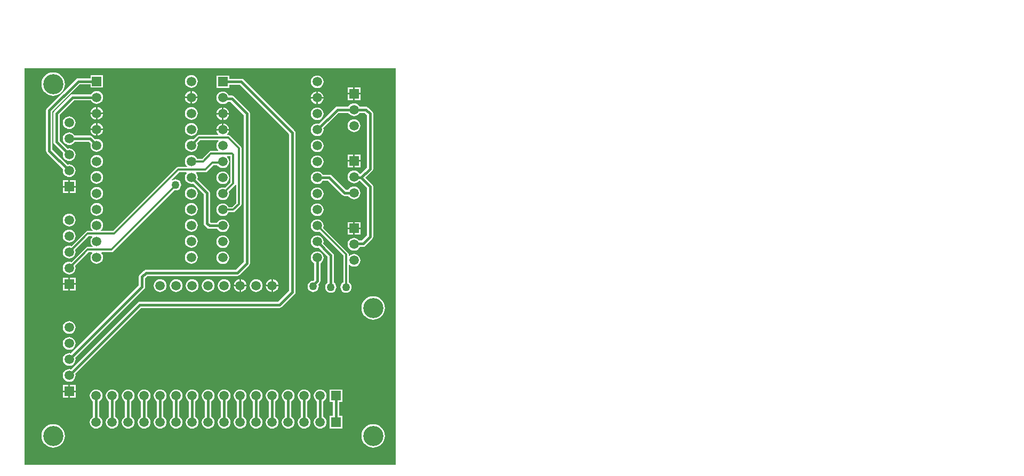
<source format=gbr>
%TF.GenerationSoftware,Altium Limited,Altium Designer,20.1.8 (145)*%
G04 Layer_Physical_Order=1*
G04 Layer_Color=255*
%FSLAX43Y43*%
%MOMM*%
%TF.SameCoordinates,73C82DD5-E753-4C0D-BC74-0A693CAB8B4A*%
%TF.FilePolarity,Positive*%
%TF.FileFunction,Copper,L1,Top,Signal*%
%TF.Part,Single*%
G01*
G75*
%TA.AperFunction,Conductor*%
%ADD10C,0.457*%
%ADD11C,0.305*%
%TA.AperFunction,ComponentPad*%
%ADD12C,1.500*%
%ADD13R,1.500X1.500*%
%ADD14R,1.500X1.500*%
%ADD15C,3.200*%
%TA.AperFunction,ViaPad*%
%ADD16C,1.270*%
G36*
X59436Y508D02*
X508D01*
Y63500D01*
X59436D01*
Y508D01*
D02*
G37*
G36*
X155378Y72500D02*
D01*
D02*
G37*
%LPC*%
G36*
X13004Y62404D02*
X10996D01*
Y61892D01*
X9076D01*
X8888Y61854D01*
X8728Y61748D01*
X4097Y57117D01*
X3990Y56957D01*
X3953Y56769D01*
Y50385D01*
X3990Y50197D01*
X4097Y50037D01*
X6648Y47486D01*
X6642Y47472D01*
X6607Y47210D01*
X6642Y46948D01*
X6743Y46704D01*
X6904Y46494D01*
X7114Y46333D01*
X7358Y46232D01*
X7620Y46197D01*
X7882Y46232D01*
X8126Y46333D01*
X8336Y46494D01*
X8497Y46704D01*
X8598Y46948D01*
X8633Y47210D01*
X8598Y47472D01*
X8497Y47716D01*
X8336Y47926D01*
X8126Y48087D01*
X7882Y48188D01*
X7620Y48223D01*
X7358Y48188D01*
X7344Y48182D01*
X4937Y50589D01*
Y56565D01*
X9280Y60908D01*
X10996D01*
Y60396D01*
X13004D01*
Y62404D01*
D02*
G37*
G36*
X27000Y62413D02*
X26738Y62378D01*
X26494Y62277D01*
X26284Y62116D01*
X26123Y61906D01*
X26022Y61662D01*
X25987Y61400D01*
X26022Y61138D01*
X26123Y60894D01*
X26284Y60684D01*
X26494Y60523D01*
X26738Y60422D01*
X27000Y60387D01*
X27262Y60422D01*
X27506Y60523D01*
X27716Y60684D01*
X27877Y60894D01*
X27978Y61138D01*
X28013Y61400D01*
X27978Y61662D01*
X27877Y61906D01*
X27716Y62116D01*
X27506Y62277D01*
X27262Y62378D01*
X27000Y62413D01*
D02*
G37*
G36*
X47000Y62333D02*
X46738Y62298D01*
X46494Y62197D01*
X46284Y62036D01*
X46123Y61826D01*
X46022Y61582D01*
X45987Y61320D01*
X46022Y61058D01*
X46123Y60814D01*
X46284Y60604D01*
X46494Y60443D01*
X46738Y60342D01*
X47000Y60307D01*
X47262Y60342D01*
X47506Y60443D01*
X47716Y60604D01*
X47877Y60814D01*
X47978Y61058D01*
X48013Y61320D01*
X47978Y61582D01*
X47877Y61826D01*
X47716Y62036D01*
X47506Y62197D01*
X47262Y62298D01*
X47000Y62333D01*
D02*
G37*
G36*
X53836Y60440D02*
X52959D01*
Y59563D01*
X53836D01*
Y60440D01*
D02*
G37*
G36*
X52705D02*
X51828D01*
Y59563D01*
X52705D01*
Y60440D01*
D02*
G37*
G36*
X5080Y62823D02*
X4717Y62787D01*
X4367Y62681D01*
X4045Y62509D01*
X3763Y62277D01*
X3531Y61995D01*
X3359Y61673D01*
X3253Y61323D01*
X3217Y60960D01*
X3253Y60597D01*
X3359Y60247D01*
X3531Y59925D01*
X3763Y59643D01*
X4045Y59411D01*
X4367Y59239D01*
X4717Y59133D01*
X5080Y59097D01*
X5443Y59133D01*
X5793Y59239D01*
X6115Y59411D01*
X6397Y59643D01*
X6629Y59925D01*
X6801Y60247D01*
X6907Y60597D01*
X6943Y60960D01*
X6907Y61323D01*
X6801Y61673D01*
X6629Y61995D01*
X6397Y62277D01*
X6115Y62509D01*
X5793Y62681D01*
X5443Y62787D01*
X5080Y62823D01*
D02*
G37*
G36*
X27127Y59856D02*
Y58987D01*
X27996D01*
X27978Y59122D01*
X27877Y59366D01*
X27716Y59576D01*
X27506Y59737D01*
X27262Y59838D01*
X27127Y59856D01*
D02*
G37*
G36*
X26873D02*
X26738Y59838D01*
X26494Y59737D01*
X26284Y59576D01*
X26123Y59366D01*
X26022Y59122D01*
X26004Y58987D01*
X26873D01*
Y59856D01*
D02*
G37*
G36*
X47127Y59776D02*
Y58907D01*
X47996D01*
X47978Y59042D01*
X47877Y59286D01*
X47716Y59496D01*
X47506Y59657D01*
X47262Y59758D01*
X47127Y59776D01*
D02*
G37*
G36*
X46873D02*
X46738Y59758D01*
X46494Y59657D01*
X46284Y59496D01*
X46123Y59286D01*
X46022Y59042D01*
X46004Y58907D01*
X46873D01*
Y59776D01*
D02*
G37*
G36*
X53836Y59309D02*
X52959D01*
Y58432D01*
X53836D01*
Y59309D01*
D02*
G37*
G36*
X52705D02*
X51828D01*
Y58432D01*
X52705D01*
Y59309D01*
D02*
G37*
G36*
X27996Y58733D02*
X27127D01*
Y57864D01*
X27262Y57882D01*
X27506Y57983D01*
X27716Y58144D01*
X27877Y58354D01*
X27978Y58598D01*
X27996Y58733D01*
D02*
G37*
G36*
X26873D02*
X26004D01*
X26022Y58598D01*
X26123Y58354D01*
X26284Y58144D01*
X26494Y57983D01*
X26738Y57882D01*
X26873Y57864D01*
Y58733D01*
D02*
G37*
G36*
X12000Y59873D02*
X11738Y59838D01*
X11494Y59737D01*
X11284Y59576D01*
X11123Y59366D01*
X11117Y59352D01*
X8187D01*
X7999Y59314D01*
X7839Y59208D01*
X5240Y56609D01*
X5133Y56449D01*
X5096Y56261D01*
Y51782D01*
X5133Y51594D01*
X5240Y51434D01*
X6648Y50026D01*
X6642Y50012D01*
X6607Y49750D01*
X6642Y49488D01*
X6743Y49244D01*
X6904Y49034D01*
X7114Y48873D01*
X7358Y48772D01*
X7620Y48737D01*
X7882Y48772D01*
X8126Y48873D01*
X8336Y49034D01*
X8497Y49244D01*
X8598Y49488D01*
X8633Y49750D01*
X8598Y50012D01*
X8497Y50256D01*
X8336Y50466D01*
X8126Y50627D01*
X7882Y50728D01*
X7620Y50763D01*
X7358Y50728D01*
X7344Y50722D01*
X6080Y51986D01*
Y56057D01*
X8391Y58368D01*
X11117D01*
X11123Y58354D01*
X11284Y58144D01*
X11494Y57983D01*
X11738Y57882D01*
X12000Y57847D01*
X12262Y57882D01*
X12506Y57983D01*
X12716Y58144D01*
X12877Y58354D01*
X12978Y58598D01*
X13013Y58860D01*
X12978Y59122D01*
X12877Y59366D01*
X12716Y59576D01*
X12506Y59737D01*
X12262Y59838D01*
X12000Y59873D01*
D02*
G37*
G36*
X46873Y58653D02*
X46004D01*
X46022Y58518D01*
X46123Y58274D01*
X46284Y58064D01*
X46494Y57903D01*
X46738Y57802D01*
X46873Y57784D01*
Y58653D01*
D02*
G37*
G36*
X47996D02*
X47127D01*
Y57784D01*
X47262Y57802D01*
X47506Y57903D01*
X47716Y58064D01*
X47877Y58274D01*
X47978Y58518D01*
X47996Y58653D01*
D02*
G37*
G36*
X12127Y57316D02*
Y56447D01*
X12996D01*
X12978Y56582D01*
X12877Y56826D01*
X12716Y57036D01*
X12506Y57197D01*
X12262Y57298D01*
X12127Y57316D01*
D02*
G37*
G36*
X11873D02*
X11738Y57298D01*
X11494Y57197D01*
X11284Y57036D01*
X11123Y56826D01*
X11022Y56582D01*
X11004Y56447D01*
X11873D01*
Y57316D01*
D02*
G37*
G36*
X32127Y57236D02*
Y56367D01*
X32996D01*
X32978Y56502D01*
X32877Y56746D01*
X32716Y56956D01*
X32506Y57117D01*
X32262Y57218D01*
X32127Y57236D01*
D02*
G37*
G36*
X31873D02*
X31738Y57218D01*
X31494Y57117D01*
X31284Y56956D01*
X31123Y56746D01*
X31022Y56502D01*
X31004Y56367D01*
X31873D01*
Y57236D01*
D02*
G37*
G36*
X12996Y56193D02*
X12127D01*
Y55324D01*
X12262Y55342D01*
X12506Y55443D01*
X12716Y55604D01*
X12877Y55814D01*
X12978Y56058D01*
X12996Y56193D01*
D02*
G37*
G36*
X11873D02*
X11004D01*
X11022Y56058D01*
X11123Y55814D01*
X11284Y55604D01*
X11494Y55443D01*
X11738Y55342D01*
X11873Y55324D01*
Y56193D01*
D02*
G37*
G36*
X27000Y57333D02*
X26738Y57298D01*
X26494Y57197D01*
X26284Y57036D01*
X26123Y56826D01*
X26022Y56582D01*
X25987Y56320D01*
X26022Y56058D01*
X26123Y55814D01*
X26284Y55604D01*
X26494Y55443D01*
X26738Y55342D01*
X27000Y55307D01*
X27262Y55342D01*
X27506Y55443D01*
X27716Y55604D01*
X27877Y55814D01*
X27978Y56058D01*
X28013Y56320D01*
X27978Y56582D01*
X27877Y56826D01*
X27716Y57036D01*
X27506Y57197D01*
X27262Y57298D01*
X27000Y57333D01*
D02*
G37*
G36*
X32996Y56113D02*
X32127D01*
Y55244D01*
X32262Y55262D01*
X32506Y55363D01*
X32716Y55524D01*
X32877Y55734D01*
X32978Y55978D01*
X32996Y56113D01*
D02*
G37*
G36*
X31873D02*
X31004D01*
X31022Y55978D01*
X31123Y55734D01*
X31284Y55524D01*
X31494Y55363D01*
X31738Y55262D01*
X31873Y55244D01*
Y56113D01*
D02*
G37*
G36*
X47000Y57253D02*
X46738Y57218D01*
X46494Y57117D01*
X46284Y56956D01*
X46123Y56746D01*
X46022Y56502D01*
X45987Y56240D01*
X46022Y55978D01*
X46123Y55734D01*
X46284Y55524D01*
X46494Y55363D01*
X46738Y55262D01*
X47000Y55227D01*
X47262Y55262D01*
X47506Y55363D01*
X47716Y55524D01*
X47877Y55734D01*
X47978Y55978D01*
X48013Y56240D01*
X47978Y56502D01*
X47877Y56746D01*
X47716Y56956D01*
X47506Y57117D01*
X47262Y57218D01*
X47000Y57253D01*
D02*
G37*
G36*
X12127Y54776D02*
Y53907D01*
X12996D01*
X12978Y54042D01*
X12877Y54286D01*
X12716Y54496D01*
X12506Y54657D01*
X12262Y54758D01*
X12127Y54776D01*
D02*
G37*
G36*
X11873D02*
X11738Y54758D01*
X11494Y54657D01*
X11284Y54496D01*
X11123Y54286D01*
X11022Y54042D01*
X11004Y53907D01*
X11873D01*
Y54776D01*
D02*
G37*
G36*
X32127Y54696D02*
Y53827D01*
X32996D01*
X32978Y53962D01*
X32877Y54206D01*
X32716Y54416D01*
X32506Y54577D01*
X32262Y54678D01*
X32127Y54696D01*
D02*
G37*
G36*
X31873D02*
X31738Y54678D01*
X31494Y54577D01*
X31284Y54416D01*
X31123Y54206D01*
X31022Y53962D01*
X31004Y53827D01*
X31873D01*
Y54696D01*
D02*
G37*
G36*
X7620Y55843D02*
X7358Y55808D01*
X7114Y55707D01*
X6904Y55546D01*
X6743Y55336D01*
X6642Y55092D01*
X6607Y54830D01*
X6642Y54568D01*
X6743Y54324D01*
X6904Y54114D01*
X7114Y53953D01*
X7358Y53852D01*
X7620Y53817D01*
X7882Y53852D01*
X8126Y53953D01*
X8336Y54114D01*
X8497Y54324D01*
X8598Y54568D01*
X8633Y54830D01*
X8598Y55092D01*
X8497Y55336D01*
X8336Y55546D01*
X8126Y55707D01*
X7882Y55808D01*
X7620Y55843D01*
D02*
G37*
G36*
X52832Y55369D02*
X52570Y55334D01*
X52326Y55233D01*
X52116Y55072D01*
X51955Y54862D01*
X51854Y54618D01*
X51819Y54356D01*
X51854Y54094D01*
X51955Y53850D01*
X52116Y53640D01*
X52326Y53479D01*
X52570Y53378D01*
X52832Y53343D01*
X53094Y53378D01*
X53338Y53479D01*
X53548Y53640D01*
X53709Y53850D01*
X53810Y54094D01*
X53845Y54356D01*
X53810Y54618D01*
X53709Y54862D01*
X53548Y55072D01*
X53338Y55233D01*
X53094Y55334D01*
X52832Y55369D01*
D02*
G37*
G36*
X12996Y53653D02*
X12127D01*
Y52784D01*
X12262Y52802D01*
X12506Y52903D01*
X12716Y53064D01*
X12877Y53274D01*
X12978Y53518D01*
X12996Y53653D01*
D02*
G37*
G36*
X11873D02*
X11004D01*
X11022Y53518D01*
X11123Y53274D01*
X11284Y53064D01*
X11494Y52903D01*
X11738Y52802D01*
X11873Y52784D01*
Y53653D01*
D02*
G37*
G36*
X27000Y54793D02*
X26738Y54758D01*
X26494Y54657D01*
X26284Y54496D01*
X26123Y54286D01*
X26022Y54042D01*
X25987Y53780D01*
X26022Y53518D01*
X26123Y53274D01*
X26284Y53064D01*
X26494Y52903D01*
X26738Y52802D01*
X27000Y52767D01*
X27262Y52802D01*
X27506Y52903D01*
X27716Y53064D01*
X27877Y53274D01*
X27978Y53518D01*
X28013Y53780D01*
X27978Y54042D01*
X27877Y54286D01*
X27716Y54496D01*
X27506Y54657D01*
X27262Y54758D01*
X27000Y54793D01*
D02*
G37*
G36*
X32996Y53573D02*
X32000D01*
X31004D01*
X31022Y53438D01*
X31123Y53194D01*
X31277Y52992D01*
X31267Y52933D01*
X31244Y52865D01*
X28211D01*
X28052Y52834D01*
X27918Y52744D01*
X27354Y52180D01*
X27262Y52218D01*
X27000Y52253D01*
X26738Y52218D01*
X26494Y52117D01*
X26284Y51956D01*
X26123Y51746D01*
X26022Y51502D01*
X25987Y51240D01*
X26022Y50978D01*
X26123Y50734D01*
X26284Y50524D01*
X26494Y50363D01*
X26738Y50262D01*
X27000Y50227D01*
X27262Y50262D01*
X27506Y50363D01*
X27716Y50524D01*
X27877Y50734D01*
X27978Y50978D01*
X28013Y51240D01*
X27978Y51502D01*
X27940Y51594D01*
X28383Y52037D01*
X31296D01*
X31336Y51916D01*
X31284Y51876D01*
X31123Y51666D01*
X31022Y51422D01*
X30987Y51160D01*
X31022Y50898D01*
X31123Y50654D01*
X31277Y50452D01*
X31267Y50393D01*
X31244Y50325D01*
X30099D01*
X29940Y50294D01*
X29806Y50204D01*
X28716Y49114D01*
X27915D01*
X27877Y49206D01*
X27716Y49416D01*
X27506Y49577D01*
X27262Y49678D01*
X27000Y49713D01*
X26738Y49678D01*
X26494Y49577D01*
X26284Y49416D01*
X26123Y49206D01*
X26022Y48962D01*
X25987Y48700D01*
X26022Y48438D01*
X26123Y48194D01*
X26284Y47984D01*
X26377Y47912D01*
X26334Y47785D01*
X24892D01*
X24733Y47754D01*
X24599Y47664D01*
X14560Y37625D01*
X12666D01*
X12623Y37752D01*
X12716Y37824D01*
X12877Y38034D01*
X12978Y38278D01*
X13013Y38540D01*
X12978Y38802D01*
X12877Y39046D01*
X12716Y39256D01*
X12506Y39417D01*
X12262Y39518D01*
X12000Y39553D01*
X11738Y39518D01*
X11494Y39417D01*
X11284Y39256D01*
X11123Y39046D01*
X11022Y38802D01*
X10987Y38540D01*
X11022Y38278D01*
X11123Y38034D01*
X11284Y37824D01*
X11377Y37752D01*
X11334Y37625D01*
X10541D01*
X10382Y37594D01*
X10248Y37504D01*
X7974Y35230D01*
X7882Y35268D01*
X7620Y35303D01*
X7358Y35268D01*
X7114Y35167D01*
X6904Y35006D01*
X6743Y34796D01*
X6642Y34552D01*
X6607Y34290D01*
X6642Y34028D01*
X6743Y33784D01*
X6904Y33574D01*
X7114Y33413D01*
X7358Y33312D01*
X7620Y33277D01*
X7882Y33312D01*
X8126Y33413D01*
X8336Y33574D01*
X8497Y33784D01*
X8598Y34028D01*
X8633Y34290D01*
X8598Y34552D01*
X8560Y34644D01*
X10713Y36797D01*
X11189D01*
X11248Y36670D01*
X11123Y36506D01*
X11022Y36262D01*
X10987Y36000D01*
X11022Y35738D01*
X11123Y35494D01*
X11284Y35284D01*
X11377Y35212D01*
X11334Y35085D01*
X10541D01*
X10382Y35054D01*
X10248Y34964D01*
X7974Y32690D01*
X7882Y32728D01*
X7620Y32763D01*
X7358Y32728D01*
X7114Y32627D01*
X6904Y32466D01*
X6743Y32256D01*
X6642Y32012D01*
X6607Y31750D01*
X6642Y31488D01*
X6743Y31244D01*
X6904Y31034D01*
X7114Y30873D01*
X7358Y30772D01*
X7620Y30737D01*
X7882Y30772D01*
X8126Y30873D01*
X8336Y31034D01*
X8497Y31244D01*
X8598Y31488D01*
X8633Y31750D01*
X8598Y32012D01*
X8560Y32104D01*
X10713Y34257D01*
X11189D01*
X11248Y34130D01*
X11123Y33966D01*
X11022Y33722D01*
X10987Y33460D01*
X11022Y33198D01*
X11123Y32954D01*
X11284Y32744D01*
X11494Y32583D01*
X11738Y32482D01*
X12000Y32447D01*
X12262Y32482D01*
X12506Y32583D01*
X12716Y32744D01*
X12877Y32954D01*
X12978Y33198D01*
X13013Y33460D01*
X12978Y33722D01*
X12877Y33966D01*
X12752Y34130D01*
X12811Y34257D01*
X14351D01*
X14510Y34288D01*
X14644Y34378D01*
X24349Y44083D01*
X24511Y44061D01*
X24743Y44092D01*
X24959Y44181D01*
X25145Y44324D01*
X25288Y44510D01*
X25377Y44726D01*
X25408Y44958D01*
X25377Y45190D01*
X25288Y45406D01*
X25145Y45592D01*
X24959Y45735D01*
X24743Y45824D01*
X24511Y45855D01*
X24279Y45824D01*
X24063Y45735D01*
X23991Y45679D01*
X23865Y45743D01*
X23865Y45758D01*
X25064Y46957D01*
X26189D01*
X26248Y46830D01*
X26123Y46666D01*
X26022Y46422D01*
X25987Y46160D01*
X26022Y45898D01*
X26123Y45654D01*
X26284Y45444D01*
X26494Y45283D01*
X26738Y45182D01*
X27000Y45147D01*
X27262Y45182D01*
X27276Y45188D01*
X28972Y43492D01*
Y38876D01*
X29009Y38687D01*
X29116Y38528D01*
X29532Y38112D01*
X29691Y38005D01*
X29880Y37968D01*
X31117D01*
X31123Y37954D01*
X31284Y37744D01*
X31494Y37583D01*
X31738Y37482D01*
X32000Y37447D01*
X32262Y37482D01*
X32506Y37583D01*
X32716Y37744D01*
X32877Y37954D01*
X32978Y38198D01*
X33013Y38460D01*
X32978Y38722D01*
X32877Y38966D01*
X32716Y39176D01*
X32506Y39337D01*
X32262Y39438D01*
X32000Y39473D01*
X31738Y39438D01*
X31494Y39337D01*
X31284Y39176D01*
X31123Y38966D01*
X31117Y38952D01*
X30083D01*
X29956Y39079D01*
Y43696D01*
X29919Y43884D01*
X29812Y44044D01*
X27972Y45884D01*
X27978Y45898D01*
X28013Y46160D01*
X27978Y46422D01*
X27877Y46666D01*
X27752Y46830D01*
X27811Y46957D01*
X29210D01*
X29369Y46988D01*
X29503Y47078D01*
X30525Y48100D01*
X31134D01*
X31284Y47904D01*
X31494Y47743D01*
X31738Y47642D01*
X32000Y47607D01*
X32262Y47642D01*
X32506Y47743D01*
X32716Y47904D01*
X32877Y48114D01*
X32978Y48358D01*
X33013Y48620D01*
X32978Y48882D01*
X32877Y49126D01*
X32716Y49336D01*
X32664Y49376D01*
X32704Y49497D01*
X33241D01*
Y45367D01*
X32354Y44480D01*
X32262Y44518D01*
X32000Y44553D01*
X31738Y44518D01*
X31494Y44417D01*
X31284Y44256D01*
X31123Y44046D01*
X31022Y43802D01*
X30987Y43540D01*
X31022Y43278D01*
X31123Y43034D01*
X31284Y42824D01*
X31494Y42663D01*
X31738Y42562D01*
X32000Y42527D01*
X32262Y42562D01*
X32506Y42663D01*
X32716Y42824D01*
X32877Y43034D01*
X32978Y43278D01*
X33013Y43540D01*
X32978Y43802D01*
X32940Y43894D01*
X33948Y44902D01*
X34003Y44983D01*
X34130Y44945D01*
Y42082D01*
X33462Y41414D01*
X32915D01*
X32877Y41506D01*
X32716Y41716D01*
X32506Y41877D01*
X32262Y41978D01*
X32000Y42013D01*
X31738Y41978D01*
X31494Y41877D01*
X31284Y41716D01*
X31123Y41506D01*
X31022Y41262D01*
X30987Y41000D01*
X31022Y40738D01*
X31123Y40494D01*
X31284Y40284D01*
X31494Y40123D01*
X31738Y40022D01*
X32000Y39987D01*
X32262Y40022D01*
X32506Y40123D01*
X32716Y40284D01*
X32877Y40494D01*
X32915Y40586D01*
X33634D01*
X33793Y40617D01*
X33927Y40707D01*
X34837Y41617D01*
X34927Y41751D01*
X34958Y41910D01*
Y50800D01*
X34927Y50959D01*
X34837Y51093D01*
X33186Y52744D01*
X33052Y52834D01*
X32893Y52865D01*
X32756D01*
X32733Y52933D01*
X32723Y52992D01*
X32877Y53194D01*
X32978Y53438D01*
X32996Y53573D01*
D02*
G37*
G36*
X7620Y53303D02*
X7358Y53268D01*
X7114Y53167D01*
X6904Y53006D01*
X6743Y52796D01*
X6642Y52552D01*
X6607Y52290D01*
X6642Y52028D01*
X6743Y51784D01*
X6904Y51574D01*
X7114Y51413D01*
X7358Y51312D01*
X7620Y51277D01*
X7882Y51312D01*
X8126Y51413D01*
X8336Y51574D01*
X8497Y51784D01*
X8503Y51798D01*
X10746D01*
X11028Y51516D01*
X11022Y51502D01*
X10987Y51240D01*
X11022Y50978D01*
X11123Y50734D01*
X11284Y50524D01*
X11494Y50363D01*
X11738Y50262D01*
X12000Y50227D01*
X12262Y50262D01*
X12506Y50363D01*
X12716Y50524D01*
X12877Y50734D01*
X12978Y50978D01*
X13013Y51240D01*
X12978Y51502D01*
X12877Y51746D01*
X12716Y51956D01*
X12506Y52117D01*
X12262Y52218D01*
X12000Y52253D01*
X11738Y52218D01*
X11724Y52212D01*
X11298Y52638D01*
X11138Y52744D01*
X10950Y52782D01*
X8503D01*
X8497Y52796D01*
X8336Y53006D01*
X8126Y53167D01*
X7882Y53268D01*
X7620Y53303D01*
D02*
G37*
G36*
X47000Y52173D02*
X46738Y52138D01*
X46494Y52037D01*
X46284Y51876D01*
X46123Y51666D01*
X46022Y51422D01*
X45987Y51160D01*
X46022Y50898D01*
X46123Y50654D01*
X46284Y50444D01*
X46494Y50283D01*
X46738Y50182D01*
X47000Y50147D01*
X47262Y50182D01*
X47506Y50283D01*
X47716Y50444D01*
X47877Y50654D01*
X47978Y50898D01*
X48013Y51160D01*
X47978Y51422D01*
X47877Y51666D01*
X47716Y51876D01*
X47506Y52037D01*
X47262Y52138D01*
X47000Y52173D01*
D02*
G37*
G36*
X53836Y49772D02*
X52959D01*
Y48895D01*
X53836D01*
Y49772D01*
D02*
G37*
G36*
X52705D02*
X51828D01*
Y48895D01*
X52705D01*
Y49772D01*
D02*
G37*
G36*
X53836Y48641D02*
X52959D01*
Y47764D01*
X53836D01*
Y48641D01*
D02*
G37*
G36*
X52705D02*
X51828D01*
Y47764D01*
X52705D01*
Y48641D01*
D02*
G37*
G36*
X12000Y49713D02*
X11738Y49678D01*
X11494Y49577D01*
X11284Y49416D01*
X11123Y49206D01*
X11022Y48962D01*
X10987Y48700D01*
X11022Y48438D01*
X11123Y48194D01*
X11284Y47984D01*
X11494Y47823D01*
X11738Y47722D01*
X12000Y47687D01*
X12262Y47722D01*
X12506Y47823D01*
X12716Y47984D01*
X12877Y48194D01*
X12978Y48438D01*
X13013Y48700D01*
X12978Y48962D01*
X12877Y49206D01*
X12716Y49416D01*
X12506Y49577D01*
X12262Y49678D01*
X12000Y49713D01*
D02*
G37*
G36*
X47000Y49633D02*
X46738Y49598D01*
X46494Y49497D01*
X46284Y49336D01*
X46123Y49126D01*
X46022Y48882D01*
X45987Y48620D01*
X46022Y48358D01*
X46123Y48114D01*
X46284Y47904D01*
X46494Y47743D01*
X46738Y47642D01*
X47000Y47607D01*
X47262Y47642D01*
X47506Y47743D01*
X47716Y47904D01*
X47877Y48114D01*
X47978Y48358D01*
X48013Y48620D01*
X47978Y48882D01*
X47877Y49126D01*
X47716Y49336D01*
X47506Y49497D01*
X47262Y49598D01*
X47000Y49633D01*
D02*
G37*
G36*
X52832Y57909D02*
X52570Y57874D01*
X52326Y57773D01*
X52116Y57612D01*
X51955Y57402D01*
X51949Y57388D01*
X50196D01*
X50008Y57351D01*
X49848Y57244D01*
X47276Y54672D01*
X47262Y54678D01*
X47000Y54713D01*
X46738Y54678D01*
X46494Y54577D01*
X46284Y54416D01*
X46123Y54206D01*
X46022Y53962D01*
X45987Y53700D01*
X46022Y53438D01*
X46123Y53194D01*
X46284Y52984D01*
X46494Y52823D01*
X46738Y52722D01*
X47000Y52687D01*
X47262Y52722D01*
X47506Y52823D01*
X47716Y52984D01*
X47877Y53194D01*
X47978Y53438D01*
X48013Y53700D01*
X47978Y53962D01*
X47972Y53976D01*
X50400Y56404D01*
X51949D01*
X51955Y56390D01*
X52116Y56180D01*
X52326Y56019D01*
X52570Y55918D01*
X52832Y55883D01*
X53094Y55918D01*
X53338Y56019D01*
X53548Y56180D01*
X53709Y56390D01*
X53715Y56404D01*
X54533D01*
X54880Y56057D01*
Y47702D01*
X53866Y46688D01*
X53716Y46717D01*
X53709Y46734D01*
X53548Y46944D01*
X53338Y47105D01*
X53094Y47206D01*
X52832Y47241D01*
X52570Y47206D01*
X52326Y47105D01*
X52116Y46944D01*
X51955Y46734D01*
X51854Y46490D01*
X51819Y46228D01*
X51854Y45966D01*
X51955Y45722D01*
X52116Y45512D01*
X52326Y45351D01*
X52570Y45250D01*
X52832Y45215D01*
X53094Y45250D01*
X53338Y45351D01*
X53548Y45512D01*
X53623Y45609D01*
X53771D01*
X54880Y44500D01*
Y36907D01*
X54064Y36090D01*
X53644D01*
X53548Y36216D01*
X53338Y36377D01*
X53094Y36478D01*
X52832Y36513D01*
X52570Y36478D01*
X52326Y36377D01*
X52116Y36216D01*
X51955Y36006D01*
X51854Y35762D01*
X51819Y35500D01*
X51854Y35238D01*
X51955Y34994D01*
X52116Y34784D01*
X52326Y34623D01*
X52570Y34522D01*
X52832Y34487D01*
X53094Y34522D01*
X53338Y34623D01*
X53548Y34784D01*
X53709Y34994D01*
X53756Y35107D01*
X54268D01*
X54456Y35144D01*
X54615Y35251D01*
X55720Y36355D01*
X55827Y36515D01*
X55864Y36703D01*
Y44704D01*
X55827Y44892D01*
X55720Y45052D01*
X54671Y46101D01*
X55720Y47150D01*
X55827Y47310D01*
X55864Y47498D01*
Y56261D01*
X55827Y56449D01*
X55720Y56609D01*
X55085Y57244D01*
X54925Y57351D01*
X54737Y57388D01*
X53715D01*
X53709Y57402D01*
X53548Y57612D01*
X53338Y57773D01*
X53094Y57874D01*
X52832Y57909D01*
D02*
G37*
G36*
X12000Y47173D02*
X11738Y47138D01*
X11494Y47037D01*
X11284Y46876D01*
X11123Y46666D01*
X11022Y46422D01*
X10987Y46160D01*
X11022Y45898D01*
X11123Y45654D01*
X11284Y45444D01*
X11494Y45283D01*
X11738Y45182D01*
X12000Y45147D01*
X12262Y45182D01*
X12506Y45283D01*
X12716Y45444D01*
X12877Y45654D01*
X12978Y45898D01*
X13013Y46160D01*
X12978Y46422D01*
X12877Y46666D01*
X12716Y46876D01*
X12506Y47037D01*
X12262Y47138D01*
X12000Y47173D01*
D02*
G37*
G36*
X32000Y47093D02*
X31738Y47058D01*
X31494Y46957D01*
X31284Y46796D01*
X31123Y46586D01*
X31022Y46342D01*
X30987Y46080D01*
X31022Y45818D01*
X31123Y45574D01*
X31284Y45364D01*
X31494Y45203D01*
X31738Y45102D01*
X32000Y45067D01*
X32262Y45102D01*
X32506Y45203D01*
X32716Y45364D01*
X32877Y45574D01*
X32978Y45818D01*
X33013Y46080D01*
X32978Y46342D01*
X32877Y46586D01*
X32716Y46796D01*
X32506Y46957D01*
X32262Y47058D01*
X32000Y47093D01*
D02*
G37*
G36*
X8624Y45674D02*
X7747D01*
Y44797D01*
X8624D01*
Y45674D01*
D02*
G37*
G36*
X7493D02*
X6616D01*
Y44797D01*
X7493D01*
Y45674D01*
D02*
G37*
G36*
X8624Y44543D02*
X7747D01*
Y43666D01*
X8624D01*
Y44543D01*
D02*
G37*
G36*
X7493D02*
X6616D01*
Y43666D01*
X7493D01*
Y44543D01*
D02*
G37*
G36*
X47000Y47093D02*
X46738Y47058D01*
X46494Y46957D01*
X46284Y46796D01*
X46123Y46586D01*
X46022Y46342D01*
X45987Y46080D01*
X46022Y45818D01*
X46123Y45574D01*
X46284Y45364D01*
X46494Y45203D01*
X46738Y45102D01*
X47000Y45067D01*
X47262Y45102D01*
X47506Y45203D01*
X47716Y45364D01*
X47877Y45574D01*
X47883Y45588D01*
X48712D01*
X50960Y43340D01*
X51120Y43233D01*
X51308Y43196D01*
X51949D01*
X51955Y43182D01*
X52116Y42972D01*
X52326Y42811D01*
X52570Y42710D01*
X52832Y42675D01*
X53094Y42710D01*
X53338Y42811D01*
X53548Y42972D01*
X53709Y43182D01*
X53810Y43426D01*
X53845Y43688D01*
X53810Y43950D01*
X53709Y44194D01*
X53548Y44404D01*
X53338Y44565D01*
X53094Y44666D01*
X52832Y44701D01*
X52570Y44666D01*
X52326Y44565D01*
X52116Y44404D01*
X51955Y44194D01*
X51949Y44180D01*
X51512D01*
X49264Y46428D01*
X49104Y46535D01*
X48916Y46572D01*
X47883D01*
X47877Y46586D01*
X47716Y46796D01*
X47506Y46957D01*
X47262Y47058D01*
X47000Y47093D01*
D02*
G37*
G36*
X27000Y44633D02*
X26738Y44598D01*
X26494Y44497D01*
X26284Y44336D01*
X26123Y44126D01*
X26022Y43882D01*
X25987Y43620D01*
X26022Y43358D01*
X26123Y43114D01*
X26284Y42904D01*
X26494Y42743D01*
X26738Y42642D01*
X27000Y42607D01*
X27262Y42642D01*
X27506Y42743D01*
X27716Y42904D01*
X27877Y43114D01*
X27978Y43358D01*
X28013Y43620D01*
X27978Y43882D01*
X27877Y44126D01*
X27716Y44336D01*
X27506Y44497D01*
X27262Y44598D01*
X27000Y44633D01*
D02*
G37*
G36*
X12000D02*
X11738Y44598D01*
X11494Y44497D01*
X11284Y44336D01*
X11123Y44126D01*
X11022Y43882D01*
X10987Y43620D01*
X11022Y43358D01*
X11123Y43114D01*
X11284Y42904D01*
X11494Y42743D01*
X11738Y42642D01*
X12000Y42607D01*
X12262Y42642D01*
X12506Y42743D01*
X12716Y42904D01*
X12877Y43114D01*
X12978Y43358D01*
X13013Y43620D01*
X12978Y43882D01*
X12877Y44126D01*
X12716Y44336D01*
X12506Y44497D01*
X12262Y44598D01*
X12000Y44633D01*
D02*
G37*
G36*
X47000Y44553D02*
X46738Y44518D01*
X46494Y44417D01*
X46284Y44256D01*
X46123Y44046D01*
X46022Y43802D01*
X45987Y43540D01*
X46022Y43278D01*
X46123Y43034D01*
X46284Y42824D01*
X46494Y42663D01*
X46738Y42562D01*
X47000Y42527D01*
X47262Y42562D01*
X47506Y42663D01*
X47716Y42824D01*
X47877Y43034D01*
X47978Y43278D01*
X48013Y43540D01*
X47978Y43802D01*
X47877Y44046D01*
X47716Y44256D01*
X47506Y44417D01*
X47262Y44518D01*
X47000Y44553D01*
D02*
G37*
G36*
X27000Y42093D02*
X26738Y42058D01*
X26494Y41957D01*
X26284Y41796D01*
X26123Y41586D01*
X26022Y41342D01*
X25987Y41080D01*
X26022Y40818D01*
X26123Y40574D01*
X26284Y40364D01*
X26494Y40203D01*
X26738Y40102D01*
X27000Y40067D01*
X27262Y40102D01*
X27506Y40203D01*
X27716Y40364D01*
X27877Y40574D01*
X27978Y40818D01*
X28013Y41080D01*
X27978Y41342D01*
X27877Y41586D01*
X27716Y41796D01*
X27506Y41957D01*
X27262Y42058D01*
X27000Y42093D01*
D02*
G37*
G36*
X12000D02*
X11738Y42058D01*
X11494Y41957D01*
X11284Y41796D01*
X11123Y41586D01*
X11022Y41342D01*
X10987Y41080D01*
X11022Y40818D01*
X11123Y40574D01*
X11284Y40364D01*
X11494Y40203D01*
X11738Y40102D01*
X12000Y40067D01*
X12262Y40102D01*
X12506Y40203D01*
X12716Y40364D01*
X12877Y40574D01*
X12978Y40818D01*
X13013Y41080D01*
X12978Y41342D01*
X12877Y41586D01*
X12716Y41796D01*
X12506Y41957D01*
X12262Y42058D01*
X12000Y42093D01*
D02*
G37*
G36*
X47000Y42013D02*
X46738Y41978D01*
X46494Y41877D01*
X46284Y41716D01*
X46123Y41506D01*
X46022Y41262D01*
X45987Y41000D01*
X46022Y40738D01*
X46123Y40494D01*
X46284Y40284D01*
X46494Y40123D01*
X46738Y40022D01*
X47000Y39987D01*
X47262Y40022D01*
X47506Y40123D01*
X47716Y40284D01*
X47877Y40494D01*
X47978Y40738D01*
X48013Y41000D01*
X47978Y41262D01*
X47877Y41506D01*
X47716Y41716D01*
X47506Y41877D01*
X47262Y41978D01*
X47000Y42013D01*
D02*
G37*
G36*
X7620Y40383D02*
X7358Y40348D01*
X7114Y40247D01*
X6904Y40086D01*
X6743Y39876D01*
X6642Y39632D01*
X6607Y39370D01*
X6642Y39108D01*
X6743Y38864D01*
X6904Y38654D01*
X7114Y38493D01*
X7358Y38392D01*
X7620Y38357D01*
X7882Y38392D01*
X8126Y38493D01*
X8336Y38654D01*
X8497Y38864D01*
X8598Y39108D01*
X8633Y39370D01*
X8598Y39632D01*
X8497Y39876D01*
X8336Y40086D01*
X8126Y40247D01*
X7882Y40348D01*
X7620Y40383D01*
D02*
G37*
G36*
X53836Y39044D02*
X52959D01*
Y38167D01*
X53836D01*
Y39044D01*
D02*
G37*
G36*
X52705D02*
X51828D01*
Y38167D01*
X52705D01*
Y39044D01*
D02*
G37*
G36*
X27000Y39553D02*
X26738Y39518D01*
X26494Y39417D01*
X26284Y39256D01*
X26123Y39046D01*
X26022Y38802D01*
X25987Y38540D01*
X26022Y38278D01*
X26123Y38034D01*
X26284Y37824D01*
X26494Y37663D01*
X26738Y37562D01*
X27000Y37527D01*
X27262Y37562D01*
X27506Y37663D01*
X27716Y37824D01*
X27877Y38034D01*
X27978Y38278D01*
X28013Y38540D01*
X27978Y38802D01*
X27877Y39046D01*
X27716Y39256D01*
X27506Y39417D01*
X27262Y39518D01*
X27000Y39553D01*
D02*
G37*
G36*
X53836Y37913D02*
X52959D01*
Y37036D01*
X53836D01*
Y37913D01*
D02*
G37*
G36*
X52705D02*
X51828D01*
Y37036D01*
X52705D01*
Y37913D01*
D02*
G37*
G36*
X7620Y37843D02*
X7358Y37808D01*
X7114Y37707D01*
X6904Y37546D01*
X6743Y37336D01*
X6642Y37092D01*
X6607Y36830D01*
X6642Y36568D01*
X6743Y36324D01*
X6904Y36114D01*
X7114Y35953D01*
X7358Y35852D01*
X7620Y35817D01*
X7882Y35852D01*
X8126Y35953D01*
X8336Y36114D01*
X8497Y36324D01*
X8598Y36568D01*
X8633Y36830D01*
X8598Y37092D01*
X8497Y37336D01*
X8336Y37546D01*
X8126Y37707D01*
X7882Y37808D01*
X7620Y37843D01*
D02*
G37*
G36*
X27000Y37013D02*
X26738Y36978D01*
X26494Y36877D01*
X26284Y36716D01*
X26123Y36506D01*
X26022Y36262D01*
X25987Y36000D01*
X26022Y35738D01*
X26123Y35494D01*
X26284Y35284D01*
X26494Y35123D01*
X26738Y35022D01*
X27000Y34987D01*
X27262Y35022D01*
X27506Y35123D01*
X27716Y35284D01*
X27877Y35494D01*
X27978Y35738D01*
X28013Y36000D01*
X27978Y36262D01*
X27877Y36506D01*
X27716Y36716D01*
X27506Y36877D01*
X27262Y36978D01*
X27000Y37013D01*
D02*
G37*
G36*
X32000Y36933D02*
X31738Y36898D01*
X31494Y36797D01*
X31284Y36636D01*
X31123Y36426D01*
X31022Y36182D01*
X30987Y35920D01*
X31022Y35658D01*
X31123Y35414D01*
X31284Y35204D01*
X31494Y35043D01*
X31738Y34942D01*
X32000Y34907D01*
X32262Y34942D01*
X32506Y35043D01*
X32716Y35204D01*
X32877Y35414D01*
X32978Y35658D01*
X33013Y35920D01*
X32978Y36182D01*
X32877Y36426D01*
X32716Y36636D01*
X32506Y36797D01*
X32262Y36898D01*
X32000Y36933D01*
D02*
G37*
G36*
X27000Y34473D02*
X26738Y34438D01*
X26494Y34337D01*
X26284Y34176D01*
X26123Y33966D01*
X26022Y33722D01*
X25987Y33460D01*
X26022Y33198D01*
X26123Y32954D01*
X26284Y32744D01*
X26494Y32583D01*
X26738Y32482D01*
X27000Y32447D01*
X27262Y32482D01*
X27506Y32583D01*
X27716Y32744D01*
X27877Y32954D01*
X27978Y33198D01*
X28013Y33460D01*
X27978Y33722D01*
X27877Y33966D01*
X27716Y34176D01*
X27506Y34337D01*
X27262Y34438D01*
X27000Y34473D01*
D02*
G37*
G36*
X32000Y34393D02*
X31738Y34358D01*
X31494Y34257D01*
X31284Y34096D01*
X31123Y33886D01*
X31022Y33642D01*
X30987Y33380D01*
X31022Y33118D01*
X31123Y32874D01*
X31284Y32664D01*
X31494Y32503D01*
X31738Y32402D01*
X32000Y32367D01*
X32262Y32402D01*
X32506Y32503D01*
X32716Y32664D01*
X32877Y32874D01*
X32978Y33118D01*
X33013Y33380D01*
X32978Y33642D01*
X32877Y33886D01*
X32716Y34096D01*
X32506Y34257D01*
X32262Y34358D01*
X32000Y34393D01*
D02*
G37*
G36*
X47000Y39473D02*
X46738Y39438D01*
X46494Y39337D01*
X46284Y39176D01*
X46123Y38966D01*
X46022Y38722D01*
X45987Y38460D01*
X46022Y38198D01*
X46123Y37954D01*
X46284Y37744D01*
X46494Y37583D01*
X46738Y37482D01*
X47000Y37447D01*
X47262Y37482D01*
X47354Y37520D01*
X51148Y33726D01*
Y29493D01*
X51114Y29479D01*
X50928Y29336D01*
X50785Y29150D01*
X50696Y28934D01*
X50665Y28702D01*
X50696Y28470D01*
X50785Y28254D01*
X50928Y28068D01*
X51114Y27925D01*
X51330Y27836D01*
X51562Y27805D01*
X51794Y27836D01*
X52010Y27925D01*
X52196Y28068D01*
X52339Y28254D01*
X52428Y28470D01*
X52459Y28702D01*
X52428Y28934D01*
X52339Y29150D01*
X52196Y29336D01*
X52010Y29479D01*
X51976Y29493D01*
Y32228D01*
X52097Y32269D01*
X52116Y32244D01*
X52326Y32083D01*
X52570Y31982D01*
X52832Y31947D01*
X53094Y31982D01*
X53338Y32083D01*
X53548Y32244D01*
X53709Y32454D01*
X53810Y32698D01*
X53845Y32960D01*
X53810Y33222D01*
X53709Y33466D01*
X53548Y33676D01*
X53338Y33837D01*
X53094Y33938D01*
X52832Y33973D01*
X52570Y33938D01*
X52326Y33837D01*
X52116Y33676D01*
X52097Y33651D01*
X51976Y33692D01*
Y33898D01*
X51945Y34057D01*
X51855Y34191D01*
X47940Y38106D01*
X47978Y38198D01*
X48013Y38460D01*
X47978Y38722D01*
X47877Y38966D01*
X47716Y39176D01*
X47506Y39337D01*
X47262Y39438D01*
X47000Y39473D01*
D02*
G37*
G36*
X8624Y30214D02*
X7747D01*
Y29337D01*
X8624D01*
Y30214D01*
D02*
G37*
G36*
X7493D02*
X6616D01*
Y29337D01*
X7493D01*
Y30214D01*
D02*
G37*
G36*
X39957Y29946D02*
Y29077D01*
X40826D01*
X40808Y29212D01*
X40707Y29456D01*
X40546Y29666D01*
X40336Y29827D01*
X40092Y29928D01*
X39957Y29946D01*
D02*
G37*
G36*
X39703D02*
X39568Y29928D01*
X39324Y29827D01*
X39114Y29666D01*
X38953Y29456D01*
X38852Y29212D01*
X38834Y29077D01*
X39703D01*
Y29946D01*
D02*
G37*
G36*
X34877D02*
Y29077D01*
X35746D01*
X35728Y29212D01*
X35627Y29456D01*
X35466Y29666D01*
X35256Y29827D01*
X35012Y29928D01*
X34877Y29946D01*
D02*
G37*
G36*
X34623D02*
X34488Y29928D01*
X34244Y29827D01*
X34034Y29666D01*
X33873Y29456D01*
X33772Y29212D01*
X33754Y29077D01*
X34623D01*
Y29946D01*
D02*
G37*
G36*
X8624Y29083D02*
X7747D01*
Y28206D01*
X8624D01*
Y29083D01*
D02*
G37*
G36*
X7493D02*
X6616D01*
Y28206D01*
X7493D01*
Y29083D01*
D02*
G37*
G36*
X40826Y28823D02*
X39957D01*
Y27954D01*
X40092Y27972D01*
X40336Y28073D01*
X40546Y28234D01*
X40707Y28444D01*
X40808Y28688D01*
X40826Y28823D01*
D02*
G37*
G36*
X39703D02*
X38834D01*
X38852Y28688D01*
X38953Y28444D01*
X39114Y28234D01*
X39324Y28073D01*
X39568Y27972D01*
X39703Y27954D01*
Y28823D01*
D02*
G37*
G36*
X35746D02*
X34877D01*
Y27954D01*
X35012Y27972D01*
X35256Y28073D01*
X35466Y28234D01*
X35627Y28444D01*
X35728Y28688D01*
X35746Y28823D01*
D02*
G37*
G36*
X34623D02*
X33754D01*
X33772Y28688D01*
X33873Y28444D01*
X34034Y28234D01*
X34244Y28073D01*
X34488Y27972D01*
X34623Y27954D01*
Y28823D01*
D02*
G37*
G36*
X37290Y29963D02*
X37028Y29928D01*
X36784Y29827D01*
X36574Y29666D01*
X36413Y29456D01*
X36312Y29212D01*
X36277Y28950D01*
X36312Y28688D01*
X36413Y28444D01*
X36574Y28234D01*
X36784Y28073D01*
X37028Y27972D01*
X37290Y27937D01*
X37552Y27972D01*
X37796Y28073D01*
X38006Y28234D01*
X38167Y28444D01*
X38268Y28688D01*
X38303Y28950D01*
X38268Y29212D01*
X38167Y29456D01*
X38006Y29666D01*
X37796Y29827D01*
X37552Y29928D01*
X37290Y29963D01*
D02*
G37*
G36*
X32210D02*
X31948Y29928D01*
X31704Y29827D01*
X31494Y29666D01*
X31333Y29456D01*
X31232Y29212D01*
X31197Y28950D01*
X31232Y28688D01*
X31333Y28444D01*
X31494Y28234D01*
X31704Y28073D01*
X31948Y27972D01*
X32210Y27937D01*
X32472Y27972D01*
X32716Y28073D01*
X32926Y28234D01*
X33087Y28444D01*
X33188Y28688D01*
X33223Y28950D01*
X33188Y29212D01*
X33087Y29456D01*
X32926Y29666D01*
X32716Y29827D01*
X32472Y29928D01*
X32210Y29963D01*
D02*
G37*
G36*
X29670D02*
X29408Y29928D01*
X29164Y29827D01*
X28954Y29666D01*
X28793Y29456D01*
X28692Y29212D01*
X28657Y28950D01*
X28692Y28688D01*
X28793Y28444D01*
X28954Y28234D01*
X29164Y28073D01*
X29408Y27972D01*
X29670Y27937D01*
X29932Y27972D01*
X30176Y28073D01*
X30386Y28234D01*
X30547Y28444D01*
X30648Y28688D01*
X30683Y28950D01*
X30648Y29212D01*
X30547Y29456D01*
X30386Y29666D01*
X30176Y29827D01*
X29932Y29928D01*
X29670Y29963D01*
D02*
G37*
G36*
X27130D02*
X26868Y29928D01*
X26624Y29827D01*
X26414Y29666D01*
X26253Y29456D01*
X26152Y29212D01*
X26117Y28950D01*
X26152Y28688D01*
X26253Y28444D01*
X26414Y28234D01*
X26624Y28073D01*
X26868Y27972D01*
X27130Y27937D01*
X27392Y27972D01*
X27636Y28073D01*
X27846Y28234D01*
X28007Y28444D01*
X28108Y28688D01*
X28143Y28950D01*
X28108Y29212D01*
X28007Y29456D01*
X27846Y29666D01*
X27636Y29827D01*
X27392Y29928D01*
X27130Y29963D01*
D02*
G37*
G36*
X24590D02*
X24328Y29928D01*
X24084Y29827D01*
X23874Y29666D01*
X23713Y29456D01*
X23612Y29212D01*
X23577Y28950D01*
X23612Y28688D01*
X23713Y28444D01*
X23874Y28234D01*
X24084Y28073D01*
X24328Y27972D01*
X24590Y27937D01*
X24852Y27972D01*
X25096Y28073D01*
X25306Y28234D01*
X25467Y28444D01*
X25568Y28688D01*
X25603Y28950D01*
X25568Y29212D01*
X25467Y29456D01*
X25306Y29666D01*
X25096Y29827D01*
X24852Y29928D01*
X24590Y29963D01*
D02*
G37*
G36*
X22050D02*
X21788Y29928D01*
X21544Y29827D01*
X21334Y29666D01*
X21173Y29456D01*
X21072Y29212D01*
X21037Y28950D01*
X21072Y28688D01*
X21173Y28444D01*
X21334Y28234D01*
X21544Y28073D01*
X21788Y27972D01*
X22050Y27937D01*
X22312Y27972D01*
X22556Y28073D01*
X22766Y28234D01*
X22927Y28444D01*
X23028Y28688D01*
X23063Y28950D01*
X23028Y29212D01*
X22927Y29456D01*
X22766Y29666D01*
X22556Y29827D01*
X22312Y29928D01*
X22050Y29963D01*
D02*
G37*
G36*
X47000Y34393D02*
X46738Y34358D01*
X46494Y34257D01*
X46284Y34096D01*
X46123Y33886D01*
X46022Y33642D01*
X45987Y33380D01*
X46022Y33118D01*
X46123Y32874D01*
X46284Y32664D01*
X46494Y32503D01*
X46508Y32497D01*
Y29898D01*
X46333Y29723D01*
X46123Y29695D01*
X45907Y29606D01*
X45721Y29463D01*
X45578Y29277D01*
X45489Y29061D01*
X45458Y28829D01*
X45489Y28597D01*
X45578Y28381D01*
X45721Y28195D01*
X45907Y28052D01*
X46123Y27963D01*
X46355Y27932D01*
X46587Y27963D01*
X46803Y28052D01*
X46989Y28195D01*
X47132Y28381D01*
X47221Y28597D01*
X47252Y28829D01*
X47221Y29061D01*
X47175Y29173D01*
X47348Y29346D01*
X47455Y29506D01*
X47492Y29694D01*
Y32497D01*
X47506Y32503D01*
X47716Y32664D01*
X47877Y32874D01*
X47978Y33118D01*
X48013Y33380D01*
X47978Y33642D01*
X47877Y33886D01*
X47716Y34096D01*
X47506Y34257D01*
X47262Y34358D01*
X47000Y34393D01*
D02*
G37*
G36*
Y36933D02*
X46738Y36898D01*
X46494Y36797D01*
X46284Y36636D01*
X46123Y36426D01*
X46022Y36182D01*
X45987Y35920D01*
X46022Y35658D01*
X46123Y35414D01*
X46284Y35204D01*
X46494Y35043D01*
X46738Y34942D01*
X47000Y34907D01*
X47262Y34942D01*
X47276Y34948D01*
X48657Y33567D01*
Y29445D01*
X48515Y29336D01*
X48372Y29150D01*
X48283Y28934D01*
X48252Y28702D01*
X48283Y28470D01*
X48372Y28254D01*
X48515Y28068D01*
X48701Y27925D01*
X48917Y27836D01*
X49149Y27805D01*
X49381Y27836D01*
X49597Y27925D01*
X49783Y28068D01*
X49926Y28254D01*
X50015Y28470D01*
X50046Y28702D01*
X50015Y28934D01*
X49926Y29150D01*
X49783Y29336D01*
X49641Y29445D01*
Y33771D01*
X49604Y33959D01*
X49497Y34119D01*
X47972Y35644D01*
X47978Y35658D01*
X48013Y35920D01*
X47978Y36182D01*
X47877Y36426D01*
X47716Y36636D01*
X47506Y36797D01*
X47262Y36898D01*
X47000Y36933D01*
D02*
G37*
G36*
X55880Y27263D02*
X55517Y27227D01*
X55167Y27121D01*
X54845Y26949D01*
X54563Y26717D01*
X54331Y26435D01*
X54159Y26113D01*
X54053Y25763D01*
X54017Y25400D01*
X54053Y25037D01*
X54159Y24687D01*
X54331Y24365D01*
X54563Y24083D01*
X54845Y23851D01*
X55167Y23679D01*
X55517Y23573D01*
X55880Y23537D01*
X56243Y23573D01*
X56593Y23679D01*
X56915Y23851D01*
X57197Y24083D01*
X57429Y24365D01*
X57601Y24687D01*
X57707Y25037D01*
X57743Y25400D01*
X57707Y25763D01*
X57601Y26113D01*
X57429Y26435D01*
X57197Y26717D01*
X56915Y26949D01*
X56593Y27121D01*
X56243Y27227D01*
X55880Y27263D01*
D02*
G37*
G36*
X7620Y23323D02*
X7358Y23288D01*
X7114Y23187D01*
X6904Y23026D01*
X6743Y22816D01*
X6642Y22572D01*
X6607Y22310D01*
X6642Y22048D01*
X6743Y21804D01*
X6904Y21594D01*
X7114Y21433D01*
X7358Y21332D01*
X7620Y21297D01*
X7882Y21332D01*
X8126Y21433D01*
X8336Y21594D01*
X8497Y21804D01*
X8598Y22048D01*
X8633Y22310D01*
X8598Y22572D01*
X8497Y22816D01*
X8336Y23026D01*
X8126Y23187D01*
X7882Y23288D01*
X7620Y23323D01*
D02*
G37*
G36*
Y20783D02*
X7358Y20748D01*
X7114Y20647D01*
X6904Y20486D01*
X6743Y20276D01*
X6642Y20032D01*
X6607Y19770D01*
X6642Y19508D01*
X6743Y19264D01*
X6904Y19054D01*
X7114Y18893D01*
X7358Y18792D01*
X7620Y18757D01*
X7882Y18792D01*
X8126Y18893D01*
X8336Y19054D01*
X8497Y19264D01*
X8598Y19508D01*
X8633Y19770D01*
X8598Y20032D01*
X8497Y20276D01*
X8336Y20486D01*
X8126Y20647D01*
X7882Y20748D01*
X7620Y20783D01*
D02*
G37*
G36*
X32000Y59793D02*
X31738Y59758D01*
X31494Y59657D01*
X31284Y59496D01*
X31123Y59286D01*
X31022Y59042D01*
X30987Y58780D01*
X31022Y58518D01*
X31123Y58274D01*
X31284Y58064D01*
X31494Y57903D01*
X31738Y57802D01*
X32000Y57767D01*
X32262Y57802D01*
X32506Y57903D01*
X32716Y58064D01*
X32780Y58148D01*
X33232D01*
X35322Y56057D01*
Y32716D01*
X34086Y31480D01*
X19812D01*
X19624Y31443D01*
X19464Y31336D01*
X18829Y30701D01*
X18722Y30541D01*
X18685Y30353D01*
Y28991D01*
X7896Y18202D01*
X7882Y18208D01*
X7620Y18243D01*
X7358Y18208D01*
X7114Y18107D01*
X6904Y17946D01*
X6743Y17736D01*
X6642Y17492D01*
X6607Y17230D01*
X6642Y16968D01*
X6743Y16724D01*
X6904Y16514D01*
X7114Y16353D01*
X7358Y16252D01*
X7620Y16217D01*
X7882Y16252D01*
X8126Y16353D01*
X8336Y16514D01*
X8497Y16724D01*
X8598Y16968D01*
X8633Y17230D01*
X8598Y17492D01*
X8592Y17506D01*
X19525Y28439D01*
X19632Y28599D01*
X19669Y28787D01*
Y30149D01*
X20016Y30496D01*
X34290D01*
X34478Y30533D01*
X34638Y30640D01*
X36162Y32164D01*
X36269Y32324D01*
X36306Y32512D01*
Y56261D01*
X36269Y56449D01*
X36162Y56609D01*
X33783Y58987D01*
X33624Y59094D01*
X33436Y59131D01*
X32941D01*
X32877Y59286D01*
X32716Y59496D01*
X32506Y59657D01*
X32262Y59758D01*
X32000Y59793D01*
D02*
G37*
G36*
X33004Y62324D02*
X30996D01*
Y60316D01*
X33004D01*
Y60828D01*
X34742D01*
X42561Y53009D01*
Y28144D01*
X40817Y26400D01*
X18838D01*
X18650Y26363D01*
X18490Y26256D01*
X7896Y15662D01*
X7882Y15668D01*
X7620Y15703D01*
X7358Y15668D01*
X7114Y15567D01*
X6904Y15406D01*
X6743Y15196D01*
X6642Y14952D01*
X6607Y14690D01*
X6642Y14428D01*
X6743Y14184D01*
X6904Y13974D01*
X7114Y13813D01*
X7358Y13712D01*
X7620Y13677D01*
X7882Y13712D01*
X8126Y13813D01*
X8336Y13974D01*
X8497Y14184D01*
X8598Y14428D01*
X8633Y14690D01*
X8598Y14952D01*
X8592Y14966D01*
X19042Y25416D01*
X41021D01*
X41209Y25453D01*
X41369Y25560D01*
X43401Y27592D01*
X43508Y27752D01*
X43545Y27940D01*
Y53213D01*
X43508Y53401D01*
X43401Y53561D01*
X35294Y61668D01*
X35134Y61775D01*
X34946Y61812D01*
X33004D01*
Y62324D01*
D02*
G37*
G36*
X8624Y13154D02*
X7747D01*
Y12277D01*
X8624D01*
Y13154D01*
D02*
G37*
G36*
X7493D02*
X6616D01*
Y12277D01*
X7493D01*
Y13154D01*
D02*
G37*
G36*
X8624Y12023D02*
X7747D01*
Y11146D01*
X8624D01*
Y12023D01*
D02*
G37*
G36*
X7493D02*
X6616D01*
Y11146D01*
X7493D01*
Y12023D01*
D02*
G37*
G36*
X50994Y12454D02*
X48986D01*
Y10446D01*
X49498D01*
Y8254D01*
X48996D01*
Y6246D01*
X51004D01*
Y8254D01*
X50482D01*
Y10446D01*
X50994D01*
Y12454D01*
D02*
G37*
G36*
X47450Y12463D02*
X47188Y12428D01*
X46944Y12327D01*
X46734Y12166D01*
X46573Y11956D01*
X46472Y11712D01*
X46437Y11450D01*
X46472Y11188D01*
X46573Y10944D01*
X46734Y10734D01*
X46944Y10573D01*
X46963Y10565D01*
Y8131D01*
X46954Y8127D01*
X46744Y7966D01*
X46583Y7756D01*
X46482Y7512D01*
X46447Y7250D01*
X46482Y6988D01*
X46583Y6744D01*
X46744Y6534D01*
X46954Y6373D01*
X47198Y6272D01*
X47460Y6237D01*
X47722Y6272D01*
X47966Y6373D01*
X48176Y6534D01*
X48337Y6744D01*
X48438Y6988D01*
X48473Y7250D01*
X48438Y7512D01*
X48337Y7756D01*
X48176Y7966D01*
X47966Y8127D01*
X47947Y8135D01*
Y10569D01*
X47956Y10573D01*
X48166Y10734D01*
X48327Y10944D01*
X48428Y11188D01*
X48463Y11450D01*
X48428Y11712D01*
X48327Y11956D01*
X48166Y12166D01*
X47956Y12327D01*
X47712Y12428D01*
X47450Y12463D01*
D02*
G37*
G36*
X44910D02*
X44648Y12428D01*
X44404Y12327D01*
X44194Y12166D01*
X44033Y11956D01*
X43932Y11712D01*
X43897Y11450D01*
X43932Y11188D01*
X44033Y10944D01*
X44194Y10734D01*
X44404Y10573D01*
X44423Y10565D01*
Y8131D01*
X44414Y8127D01*
X44204Y7966D01*
X44043Y7756D01*
X43942Y7512D01*
X43907Y7250D01*
X43942Y6988D01*
X44043Y6744D01*
X44204Y6534D01*
X44414Y6373D01*
X44658Y6272D01*
X44920Y6237D01*
X45182Y6272D01*
X45426Y6373D01*
X45636Y6534D01*
X45797Y6744D01*
X45898Y6988D01*
X45933Y7250D01*
X45898Y7512D01*
X45797Y7756D01*
X45636Y7966D01*
X45426Y8127D01*
X45407Y8135D01*
Y10569D01*
X45416Y10573D01*
X45626Y10734D01*
X45787Y10944D01*
X45888Y11188D01*
X45923Y11450D01*
X45888Y11712D01*
X45787Y11956D01*
X45626Y12166D01*
X45416Y12327D01*
X45172Y12428D01*
X44910Y12463D01*
D02*
G37*
G36*
X42370D02*
X42108Y12428D01*
X41864Y12327D01*
X41654Y12166D01*
X41493Y11956D01*
X41392Y11712D01*
X41357Y11450D01*
X41392Y11188D01*
X41493Y10944D01*
X41654Y10734D01*
X41864Y10573D01*
X41883Y10565D01*
Y8131D01*
X41874Y8127D01*
X41664Y7966D01*
X41503Y7756D01*
X41402Y7512D01*
X41367Y7250D01*
X41402Y6988D01*
X41503Y6744D01*
X41664Y6534D01*
X41874Y6373D01*
X42118Y6272D01*
X42380Y6237D01*
X42642Y6272D01*
X42886Y6373D01*
X43096Y6534D01*
X43257Y6744D01*
X43358Y6988D01*
X43393Y7250D01*
X43358Y7512D01*
X43257Y7756D01*
X43096Y7966D01*
X42886Y8127D01*
X42867Y8135D01*
Y10569D01*
X42876Y10573D01*
X43086Y10734D01*
X43247Y10944D01*
X43348Y11188D01*
X43383Y11450D01*
X43348Y11712D01*
X43247Y11956D01*
X43086Y12166D01*
X42876Y12327D01*
X42632Y12428D01*
X42370Y12463D01*
D02*
G37*
G36*
X39830D02*
X39568Y12428D01*
X39324Y12327D01*
X39114Y12166D01*
X38953Y11956D01*
X38852Y11712D01*
X38817Y11450D01*
X38852Y11188D01*
X38953Y10944D01*
X39114Y10734D01*
X39324Y10573D01*
X39343Y10565D01*
Y8131D01*
X39334Y8127D01*
X39124Y7966D01*
X38963Y7756D01*
X38862Y7512D01*
X38827Y7250D01*
X38862Y6988D01*
X38963Y6744D01*
X39124Y6534D01*
X39334Y6373D01*
X39578Y6272D01*
X39840Y6237D01*
X40102Y6272D01*
X40346Y6373D01*
X40556Y6534D01*
X40717Y6744D01*
X40818Y6988D01*
X40853Y7250D01*
X40818Y7512D01*
X40717Y7756D01*
X40556Y7966D01*
X40346Y8127D01*
X40327Y8135D01*
Y10569D01*
X40336Y10573D01*
X40546Y10734D01*
X40707Y10944D01*
X40808Y11188D01*
X40843Y11450D01*
X40808Y11712D01*
X40707Y11956D01*
X40546Y12166D01*
X40336Y12327D01*
X40092Y12428D01*
X39830Y12463D01*
D02*
G37*
G36*
X37290D02*
X37028Y12428D01*
X36784Y12327D01*
X36574Y12166D01*
X36413Y11956D01*
X36312Y11712D01*
X36277Y11450D01*
X36312Y11188D01*
X36413Y10944D01*
X36574Y10734D01*
X36784Y10573D01*
X36803Y10565D01*
Y8131D01*
X36794Y8127D01*
X36584Y7966D01*
X36423Y7756D01*
X36322Y7512D01*
X36287Y7250D01*
X36322Y6988D01*
X36423Y6744D01*
X36584Y6534D01*
X36794Y6373D01*
X37038Y6272D01*
X37300Y6237D01*
X37562Y6272D01*
X37806Y6373D01*
X38016Y6534D01*
X38177Y6744D01*
X38278Y6988D01*
X38313Y7250D01*
X38278Y7512D01*
X38177Y7756D01*
X38016Y7966D01*
X37806Y8127D01*
X37787Y8135D01*
Y10569D01*
X37796Y10573D01*
X38006Y10734D01*
X38167Y10944D01*
X38268Y11188D01*
X38303Y11450D01*
X38268Y11712D01*
X38167Y11956D01*
X38006Y12166D01*
X37796Y12327D01*
X37552Y12428D01*
X37290Y12463D01*
D02*
G37*
G36*
X34750D02*
X34488Y12428D01*
X34244Y12327D01*
X34034Y12166D01*
X33873Y11956D01*
X33772Y11712D01*
X33737Y11450D01*
X33772Y11188D01*
X33873Y10944D01*
X34034Y10734D01*
X34244Y10573D01*
X34263Y10565D01*
Y8131D01*
X34254Y8127D01*
X34044Y7966D01*
X33883Y7756D01*
X33782Y7512D01*
X33747Y7250D01*
X33782Y6988D01*
X33883Y6744D01*
X34044Y6534D01*
X34254Y6373D01*
X34498Y6272D01*
X34760Y6237D01*
X35022Y6272D01*
X35266Y6373D01*
X35476Y6534D01*
X35637Y6744D01*
X35738Y6988D01*
X35773Y7250D01*
X35738Y7512D01*
X35637Y7756D01*
X35476Y7966D01*
X35266Y8127D01*
X35247Y8135D01*
Y10569D01*
X35256Y10573D01*
X35466Y10734D01*
X35627Y10944D01*
X35728Y11188D01*
X35763Y11450D01*
X35728Y11712D01*
X35627Y11956D01*
X35466Y12166D01*
X35256Y12327D01*
X35012Y12428D01*
X34750Y12463D01*
D02*
G37*
G36*
X32210D02*
X31948Y12428D01*
X31704Y12327D01*
X31494Y12166D01*
X31333Y11956D01*
X31232Y11712D01*
X31197Y11450D01*
X31232Y11188D01*
X31333Y10944D01*
X31494Y10734D01*
X31704Y10573D01*
X31723Y10565D01*
Y8131D01*
X31714Y8127D01*
X31504Y7966D01*
X31343Y7756D01*
X31242Y7512D01*
X31207Y7250D01*
X31242Y6988D01*
X31343Y6744D01*
X31504Y6534D01*
X31714Y6373D01*
X31958Y6272D01*
X32220Y6237D01*
X32482Y6272D01*
X32726Y6373D01*
X32936Y6534D01*
X33097Y6744D01*
X33198Y6988D01*
X33233Y7250D01*
X33198Y7512D01*
X33097Y7756D01*
X32936Y7966D01*
X32726Y8127D01*
X32707Y8135D01*
Y10569D01*
X32716Y10573D01*
X32926Y10734D01*
X33087Y10944D01*
X33188Y11188D01*
X33223Y11450D01*
X33188Y11712D01*
X33087Y11956D01*
X32926Y12166D01*
X32716Y12327D01*
X32472Y12428D01*
X32210Y12463D01*
D02*
G37*
G36*
X29670D02*
X29408Y12428D01*
X29164Y12327D01*
X28954Y12166D01*
X28793Y11956D01*
X28692Y11712D01*
X28657Y11450D01*
X28692Y11188D01*
X28793Y10944D01*
X28954Y10734D01*
X29164Y10573D01*
X29183Y10565D01*
Y8131D01*
X29174Y8127D01*
X28964Y7966D01*
X28803Y7756D01*
X28702Y7512D01*
X28667Y7250D01*
X28702Y6988D01*
X28803Y6744D01*
X28964Y6534D01*
X29174Y6373D01*
X29418Y6272D01*
X29680Y6237D01*
X29942Y6272D01*
X30186Y6373D01*
X30396Y6534D01*
X30557Y6744D01*
X30658Y6988D01*
X30693Y7250D01*
X30658Y7512D01*
X30557Y7756D01*
X30396Y7966D01*
X30186Y8127D01*
X30167Y8135D01*
Y10569D01*
X30176Y10573D01*
X30386Y10734D01*
X30547Y10944D01*
X30648Y11188D01*
X30683Y11450D01*
X30648Y11712D01*
X30547Y11956D01*
X30386Y12166D01*
X30176Y12327D01*
X29932Y12428D01*
X29670Y12463D01*
D02*
G37*
G36*
X27130D02*
X26868Y12428D01*
X26624Y12327D01*
X26414Y12166D01*
X26253Y11956D01*
X26152Y11712D01*
X26117Y11450D01*
X26152Y11188D01*
X26253Y10944D01*
X26414Y10734D01*
X26624Y10573D01*
X26643Y10565D01*
Y8131D01*
X26634Y8127D01*
X26424Y7966D01*
X26263Y7756D01*
X26162Y7512D01*
X26127Y7250D01*
X26162Y6988D01*
X26263Y6744D01*
X26424Y6534D01*
X26634Y6373D01*
X26878Y6272D01*
X27140Y6237D01*
X27402Y6272D01*
X27646Y6373D01*
X27856Y6534D01*
X28017Y6744D01*
X28118Y6988D01*
X28153Y7250D01*
X28118Y7512D01*
X28017Y7756D01*
X27856Y7966D01*
X27646Y8127D01*
X27627Y8135D01*
Y10569D01*
X27636Y10573D01*
X27846Y10734D01*
X28007Y10944D01*
X28108Y11188D01*
X28143Y11450D01*
X28108Y11712D01*
X28007Y11956D01*
X27846Y12166D01*
X27636Y12327D01*
X27392Y12428D01*
X27130Y12463D01*
D02*
G37*
G36*
X24590D02*
X24328Y12428D01*
X24084Y12327D01*
X23874Y12166D01*
X23713Y11956D01*
X23612Y11712D01*
X23577Y11450D01*
X23612Y11188D01*
X23713Y10944D01*
X23874Y10734D01*
X24084Y10573D01*
X24103Y10565D01*
Y8131D01*
X24094Y8127D01*
X23884Y7966D01*
X23723Y7756D01*
X23622Y7512D01*
X23587Y7250D01*
X23622Y6988D01*
X23723Y6744D01*
X23884Y6534D01*
X24094Y6373D01*
X24338Y6272D01*
X24600Y6237D01*
X24862Y6272D01*
X25106Y6373D01*
X25316Y6534D01*
X25477Y6744D01*
X25578Y6988D01*
X25613Y7250D01*
X25578Y7512D01*
X25477Y7756D01*
X25316Y7966D01*
X25106Y8127D01*
X25087Y8135D01*
Y10569D01*
X25096Y10573D01*
X25306Y10734D01*
X25467Y10944D01*
X25568Y11188D01*
X25603Y11450D01*
X25568Y11712D01*
X25467Y11956D01*
X25306Y12166D01*
X25096Y12327D01*
X24852Y12428D01*
X24590Y12463D01*
D02*
G37*
G36*
X22050D02*
X21788Y12428D01*
X21544Y12327D01*
X21334Y12166D01*
X21173Y11956D01*
X21072Y11712D01*
X21037Y11450D01*
X21072Y11188D01*
X21173Y10944D01*
X21334Y10734D01*
X21544Y10573D01*
X21563Y10565D01*
Y8131D01*
X21554Y8127D01*
X21344Y7966D01*
X21183Y7756D01*
X21082Y7512D01*
X21047Y7250D01*
X21082Y6988D01*
X21183Y6744D01*
X21344Y6534D01*
X21554Y6373D01*
X21798Y6272D01*
X22060Y6237D01*
X22322Y6272D01*
X22566Y6373D01*
X22776Y6534D01*
X22937Y6744D01*
X23038Y6988D01*
X23073Y7250D01*
X23038Y7512D01*
X22937Y7756D01*
X22776Y7966D01*
X22566Y8127D01*
X22547Y8135D01*
Y10569D01*
X22556Y10573D01*
X22766Y10734D01*
X22927Y10944D01*
X23028Y11188D01*
X23063Y11450D01*
X23028Y11712D01*
X22927Y11956D01*
X22766Y12166D01*
X22556Y12327D01*
X22312Y12428D01*
X22050Y12463D01*
D02*
G37*
G36*
X19510D02*
X19248Y12428D01*
X19004Y12327D01*
X18794Y12166D01*
X18633Y11956D01*
X18532Y11712D01*
X18497Y11450D01*
X18532Y11188D01*
X18633Y10944D01*
X18794Y10734D01*
X19004Y10573D01*
X19023Y10565D01*
Y8131D01*
X19014Y8127D01*
X18804Y7966D01*
X18643Y7756D01*
X18542Y7512D01*
X18507Y7250D01*
X18542Y6988D01*
X18643Y6744D01*
X18804Y6534D01*
X19014Y6373D01*
X19258Y6272D01*
X19520Y6237D01*
X19782Y6272D01*
X20026Y6373D01*
X20236Y6534D01*
X20397Y6744D01*
X20498Y6988D01*
X20533Y7250D01*
X20498Y7512D01*
X20397Y7756D01*
X20236Y7966D01*
X20026Y8127D01*
X20007Y8135D01*
Y10569D01*
X20016Y10573D01*
X20226Y10734D01*
X20387Y10944D01*
X20488Y11188D01*
X20523Y11450D01*
X20488Y11712D01*
X20387Y11956D01*
X20226Y12166D01*
X20016Y12327D01*
X19772Y12428D01*
X19510Y12463D01*
D02*
G37*
G36*
X16970D02*
X16708Y12428D01*
X16464Y12327D01*
X16254Y12166D01*
X16093Y11956D01*
X15992Y11712D01*
X15957Y11450D01*
X15992Y11188D01*
X16093Y10944D01*
X16254Y10734D01*
X16464Y10573D01*
X16483Y10565D01*
Y8131D01*
X16474Y8127D01*
X16264Y7966D01*
X16103Y7756D01*
X16002Y7512D01*
X15967Y7250D01*
X16002Y6988D01*
X16103Y6744D01*
X16264Y6534D01*
X16474Y6373D01*
X16718Y6272D01*
X16980Y6237D01*
X17242Y6272D01*
X17486Y6373D01*
X17696Y6534D01*
X17857Y6744D01*
X17958Y6988D01*
X17993Y7250D01*
X17958Y7512D01*
X17857Y7756D01*
X17696Y7966D01*
X17486Y8127D01*
X17467Y8135D01*
Y10569D01*
X17476Y10573D01*
X17686Y10734D01*
X17847Y10944D01*
X17948Y11188D01*
X17983Y11450D01*
X17948Y11712D01*
X17847Y11956D01*
X17686Y12166D01*
X17476Y12327D01*
X17232Y12428D01*
X16970Y12463D01*
D02*
G37*
G36*
X14430D02*
X14168Y12428D01*
X13924Y12327D01*
X13714Y12166D01*
X13553Y11956D01*
X13452Y11712D01*
X13417Y11450D01*
X13452Y11188D01*
X13553Y10944D01*
X13714Y10734D01*
X13924Y10573D01*
X13943Y10565D01*
Y8131D01*
X13934Y8127D01*
X13724Y7966D01*
X13563Y7756D01*
X13462Y7512D01*
X13427Y7250D01*
X13462Y6988D01*
X13563Y6744D01*
X13724Y6534D01*
X13934Y6373D01*
X14178Y6272D01*
X14440Y6237D01*
X14702Y6272D01*
X14946Y6373D01*
X15156Y6534D01*
X15317Y6744D01*
X15418Y6988D01*
X15453Y7250D01*
X15418Y7512D01*
X15317Y7756D01*
X15156Y7966D01*
X14946Y8127D01*
X14927Y8135D01*
Y10569D01*
X14936Y10573D01*
X15146Y10734D01*
X15307Y10944D01*
X15408Y11188D01*
X15443Y11450D01*
X15408Y11712D01*
X15307Y11956D01*
X15146Y12166D01*
X14936Y12327D01*
X14692Y12428D01*
X14430Y12463D01*
D02*
G37*
G36*
X11890D02*
X11628Y12428D01*
X11384Y12327D01*
X11174Y12166D01*
X11013Y11956D01*
X10912Y11712D01*
X10877Y11450D01*
X10912Y11188D01*
X11013Y10944D01*
X11174Y10734D01*
X11384Y10573D01*
X11403Y10565D01*
Y8131D01*
X11394Y8127D01*
X11184Y7966D01*
X11023Y7756D01*
X10922Y7512D01*
X10887Y7250D01*
X10922Y6988D01*
X11023Y6744D01*
X11184Y6534D01*
X11394Y6373D01*
X11638Y6272D01*
X11900Y6237D01*
X12162Y6272D01*
X12406Y6373D01*
X12616Y6534D01*
X12777Y6744D01*
X12878Y6988D01*
X12913Y7250D01*
X12878Y7512D01*
X12777Y7756D01*
X12616Y7966D01*
X12406Y8127D01*
X12387Y8135D01*
Y10569D01*
X12396Y10573D01*
X12606Y10734D01*
X12767Y10944D01*
X12868Y11188D01*
X12903Y11450D01*
X12868Y11712D01*
X12767Y11956D01*
X12606Y12166D01*
X12396Y12327D01*
X12152Y12428D01*
X11890Y12463D01*
D02*
G37*
G36*
X55880Y6943D02*
X55517Y6907D01*
X55167Y6801D01*
X54845Y6629D01*
X54563Y6397D01*
X54331Y6115D01*
X54159Y5793D01*
X54053Y5443D01*
X54017Y5080D01*
X54053Y4717D01*
X54159Y4367D01*
X54331Y4045D01*
X54563Y3763D01*
X54845Y3531D01*
X55167Y3359D01*
X55517Y3253D01*
X55880Y3217D01*
X56243Y3253D01*
X56593Y3359D01*
X56915Y3531D01*
X57197Y3763D01*
X57429Y4045D01*
X57601Y4367D01*
X57707Y4717D01*
X57743Y5080D01*
X57707Y5443D01*
X57601Y5793D01*
X57429Y6115D01*
X57197Y6397D01*
X56915Y6629D01*
X56593Y6801D01*
X56243Y6907D01*
X55880Y6943D01*
D02*
G37*
G36*
X5080D02*
X4717Y6907D01*
X4367Y6801D01*
X4045Y6629D01*
X3763Y6397D01*
X3531Y6115D01*
X3359Y5793D01*
X3253Y5443D01*
X3217Y5080D01*
X3253Y4717D01*
X3359Y4367D01*
X3531Y4045D01*
X3763Y3763D01*
X4045Y3531D01*
X4367Y3359D01*
X4717Y3253D01*
X5080Y3217D01*
X5443Y3253D01*
X5793Y3359D01*
X6115Y3531D01*
X6397Y3763D01*
X6629Y4045D01*
X6801Y4367D01*
X6907Y4717D01*
X6943Y5080D01*
X6907Y5443D01*
X6801Y5793D01*
X6629Y6115D01*
X6397Y6397D01*
X6115Y6629D01*
X5793Y6801D01*
X5443Y6907D01*
X5080Y6943D01*
D02*
G37*
%LPD*%
D10*
X14345Y11365D02*
X14430Y11450D01*
X19425Y11365D02*
X19510Y11450D01*
X11805Y11365D02*
X11890Y11450D01*
X16885Y11365D02*
X16970Y11450D01*
X29464Y38876D02*
Y43696D01*
X29880Y38460D02*
X32000D01*
X29464Y38876D02*
X29880Y38460D01*
X27000Y46160D02*
X29464Y43696D01*
X54268Y35598D02*
X55372Y36703D01*
X52832Y46228D02*
X52998Y46394D01*
X55372Y36703D02*
Y44704D01*
X52931Y35598D02*
X54268D01*
X52832Y35500D02*
X52931Y35598D01*
X53975Y46101D02*
X55372Y44704D01*
X18838Y25908D02*
X41021D01*
X43053Y27940D01*
X7620Y14690D02*
X18838Y25908D01*
X43053Y27940D02*
Y53213D01*
X34946Y61320D02*
X43053Y53213D01*
X32000Y61320D02*
X34946D01*
X19177Y30353D02*
X19812Y30988D01*
X34290D01*
X35814Y32512D01*
X47000Y35920D02*
X49149Y33771D01*
Y28702D02*
Y33771D01*
X47000Y29694D02*
Y33380D01*
X46355Y29049D02*
X47000Y29694D01*
X46355Y28829D02*
Y29049D01*
X52832Y46228D02*
X52959Y46101D01*
X53975D02*
X55372Y47498D01*
X52959Y46101D02*
X53975D01*
X54737Y56896D02*
X55372Y56261D01*
Y47498D02*
Y56261D01*
X52832Y56896D02*
X54737D01*
X47000Y46080D02*
X48916D01*
X51308Y43688D02*
X52832D01*
X48916Y46080D02*
X51308Y43688D01*
X50196Y56896D02*
X52832D01*
X47000Y53700D02*
X50196Y56896D01*
X49990Y7260D02*
Y11450D01*
Y7260D02*
X50000Y7250D01*
X47450Y11450D02*
X47455Y11445D01*
Y7255D02*
Y11445D01*
Y7255D02*
X47460Y7250D01*
X44910Y11450D02*
X44915Y11445D01*
Y7255D02*
Y11445D01*
Y7255D02*
X44920Y7250D01*
X42370Y11450D02*
X42375Y11445D01*
Y7255D02*
Y11445D01*
Y7255D02*
X42380Y7250D01*
X39830Y11450D02*
X39835Y11445D01*
Y7255D02*
Y11445D01*
Y7255D02*
X39840Y7250D01*
X37290Y11450D02*
X37295Y11445D01*
Y7255D02*
Y11445D01*
Y7255D02*
X37300Y7250D01*
X34750Y11450D02*
X34755Y11445D01*
Y7255D02*
Y11445D01*
Y7255D02*
X34760Y7250D01*
X32210Y11450D02*
X32215Y11445D01*
Y7255D02*
Y11445D01*
Y7255D02*
X32220Y7250D01*
X29670Y11450D02*
X29675Y11445D01*
Y7255D02*
Y11445D01*
Y7255D02*
X29680Y7250D01*
X27130Y11450D02*
X27135Y11445D01*
Y7255D02*
Y11445D01*
Y7255D02*
X27140Y7250D01*
X24590Y11450D02*
X24595Y11445D01*
Y7255D02*
Y11445D01*
Y7255D02*
X24600Y7250D01*
X22050Y11450D02*
X22055Y11445D01*
Y7255D02*
Y11445D01*
Y7255D02*
X22060Y7250D01*
X19510Y11450D02*
X19515Y11445D01*
Y7255D02*
Y11445D01*
Y7255D02*
X19520Y7250D01*
X16970Y11450D02*
X16975Y11445D01*
Y7255D02*
Y11445D01*
Y7255D02*
X16980Y7250D01*
X14430Y11450D02*
X14435Y11445D01*
Y7255D02*
Y11445D01*
Y7255D02*
X14440Y7250D01*
X11890Y11450D02*
X11895Y11445D01*
Y7255D02*
Y11445D01*
Y7255D02*
X11900Y7250D01*
X19340D02*
X19425Y7335D01*
X16800Y7250D02*
X16885Y7335D01*
X14260Y7250D02*
X14345Y7335D01*
X11720Y7250D02*
X11805Y7335D01*
X35814Y32512D02*
Y56261D01*
X32000Y58780D02*
X32140Y58639D01*
X33436D01*
X35814Y56261D01*
X19177Y28787D02*
Y30353D01*
X7620Y17230D02*
X19177Y28787D01*
X9076Y61400D02*
X12000D01*
X4445Y56769D02*
X9076Y61400D01*
X4445Y50385D02*
X7620Y47210D01*
X4445Y50385D02*
Y56769D01*
X8187Y58860D02*
X12000D01*
X5588Y56261D02*
X8187Y58860D01*
X5588Y51782D02*
Y56261D01*
Y51782D02*
X7620Y49750D01*
Y52290D02*
X10950D01*
X12000Y51240D01*
D11*
X30099Y49911D02*
X33476D01*
X32000Y43540D02*
X33655Y45195D01*
Y49732D01*
X33476Y49911D02*
X33655Y49732D01*
X28888Y48700D02*
X30099Y49911D01*
X27000Y48700D02*
X28888D01*
X32000Y41000D02*
X33634D01*
X34544Y41910D01*
X32893Y52451D02*
X34544Y50800D01*
Y41910D02*
Y50800D01*
X27000Y51240D02*
X28211Y52451D01*
X32893D01*
X47000Y38460D02*
X51562Y33898D01*
Y28702D02*
Y33898D01*
X24511Y44831D02*
Y44958D01*
X14351Y34671D02*
X24511Y44831D01*
X10541Y34671D02*
X14351D01*
X7620Y31750D02*
X10541Y34671D01*
X31894Y48514D02*
X32000Y48620D01*
X30353Y48514D02*
X31894D01*
X24892Y47371D02*
X29210D01*
X30353Y48514D01*
X14732Y37211D02*
X24892Y47371D01*
X10541Y37211D02*
X14732D01*
X7620Y34290D02*
X10541Y37211D01*
D12*
X19510Y11450D02*
D03*
X24590D02*
D03*
X16970D02*
D03*
X11890D02*
D03*
X22050D02*
D03*
X32210D02*
D03*
X44910D02*
D03*
X47450D02*
D03*
X37290D02*
D03*
X39830D02*
D03*
X29670D02*
D03*
X42370D02*
D03*
X34750D02*
D03*
X27130D02*
D03*
X39830Y28950D02*
D03*
X27130D02*
D03*
X37290D02*
D03*
X24590D02*
D03*
X29670D02*
D03*
X32210D02*
D03*
X34750D02*
D03*
X22050D02*
D03*
X14430Y11450D02*
D03*
X32000Y56240D02*
D03*
Y48620D02*
D03*
Y41000D02*
D03*
Y58780D02*
D03*
Y53700D02*
D03*
Y33380D02*
D03*
Y43540D02*
D03*
Y46080D02*
D03*
Y35920D02*
D03*
Y38460D02*
D03*
Y51160D02*
D03*
X47000Y48620D02*
D03*
Y51160D02*
D03*
Y53700D02*
D03*
Y58780D02*
D03*
Y61320D02*
D03*
Y46080D02*
D03*
Y56240D02*
D03*
Y43540D02*
D03*
Y41000D02*
D03*
Y33380D02*
D03*
Y38460D02*
D03*
Y35920D02*
D03*
X27000Y36000D02*
D03*
Y38540D02*
D03*
Y33460D02*
D03*
Y41080D02*
D03*
Y43620D02*
D03*
Y56320D02*
D03*
Y46160D02*
D03*
Y61400D02*
D03*
Y58860D02*
D03*
Y53780D02*
D03*
Y51240D02*
D03*
Y48700D02*
D03*
X12000Y51240D02*
D03*
Y38540D02*
D03*
Y36000D02*
D03*
Y46160D02*
D03*
Y43620D02*
D03*
Y33460D02*
D03*
Y53780D02*
D03*
Y58860D02*
D03*
Y41080D02*
D03*
Y48700D02*
D03*
Y56320D02*
D03*
X39840Y7250D02*
D03*
X42380D02*
D03*
X47460D02*
D03*
X44920D02*
D03*
X32220D02*
D03*
X34760D02*
D03*
X37300D02*
D03*
X24600D02*
D03*
X27140D02*
D03*
X29680D02*
D03*
X16980D02*
D03*
X19520D02*
D03*
X22060D02*
D03*
X11900D02*
D03*
X14440D02*
D03*
X7620Y22310D02*
D03*
Y19770D02*
D03*
Y14690D02*
D03*
Y17230D02*
D03*
Y54830D02*
D03*
Y52290D02*
D03*
Y47210D02*
D03*
Y49750D02*
D03*
X52832Y32960D02*
D03*
Y35500D02*
D03*
Y43688D02*
D03*
Y46228D02*
D03*
X7620Y39370D02*
D03*
Y36830D02*
D03*
Y31750D02*
D03*
Y34290D02*
D03*
X52832Y54356D02*
D03*
Y56896D02*
D03*
D13*
X49990Y11450D02*
D03*
X50000Y7250D02*
D03*
D14*
X32000Y61320D02*
D03*
X12000Y61400D02*
D03*
X7620Y12150D02*
D03*
Y44670D02*
D03*
X52832Y38040D02*
D03*
Y48768D02*
D03*
X7620Y29210D02*
D03*
X52832Y59436D02*
D03*
D15*
X5080Y5080D02*
D03*
Y60960D02*
D03*
X55880Y5080D02*
D03*
Y25400D02*
D03*
D16*
X51562Y28702D02*
D03*
X49149D02*
D03*
X46355Y28829D02*
D03*
X24511Y44958D02*
D03*
%TF.MD5,c4d1ca48b221fec6a9437a1f9dbe0b77*%
M02*

</source>
